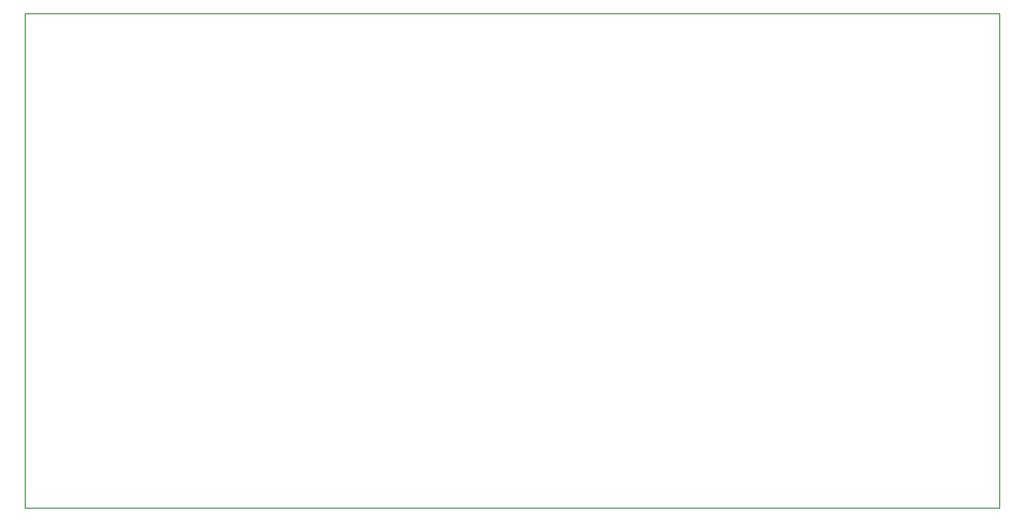
<source format=gbr>
%TF.GenerationSoftware,KiCad,Pcbnew,(6.0.7)*%
%TF.CreationDate,2023-01-18T15:46:22-05:00*%
%TF.ProjectId,Mosfet Test PCB,4d6f7366-6574-4205-9465-737420504342,rev?*%
%TF.SameCoordinates,Original*%
%TF.FileFunction,Profile,NP*%
%FSLAX46Y46*%
G04 Gerber Fmt 4.6, Leading zero omitted, Abs format (unit mm)*
G04 Created by KiCad (PCBNEW (6.0.7)) date 2023-01-18 15:46:22*
%MOMM*%
%LPD*%
G01*
G04 APERTURE LIST*
%TA.AperFunction,Profile*%
%ADD10C,0.100000*%
%TD*%
G04 APERTURE END LIST*
D10*
X61404500Y-50990500D02*
X148145500Y-50990500D01*
X148145500Y-50990500D02*
X148145500Y-95059500D01*
X148145500Y-95059500D02*
X61404500Y-95059500D01*
X61404500Y-95059500D02*
X61404500Y-50990500D01*
M02*

</source>
